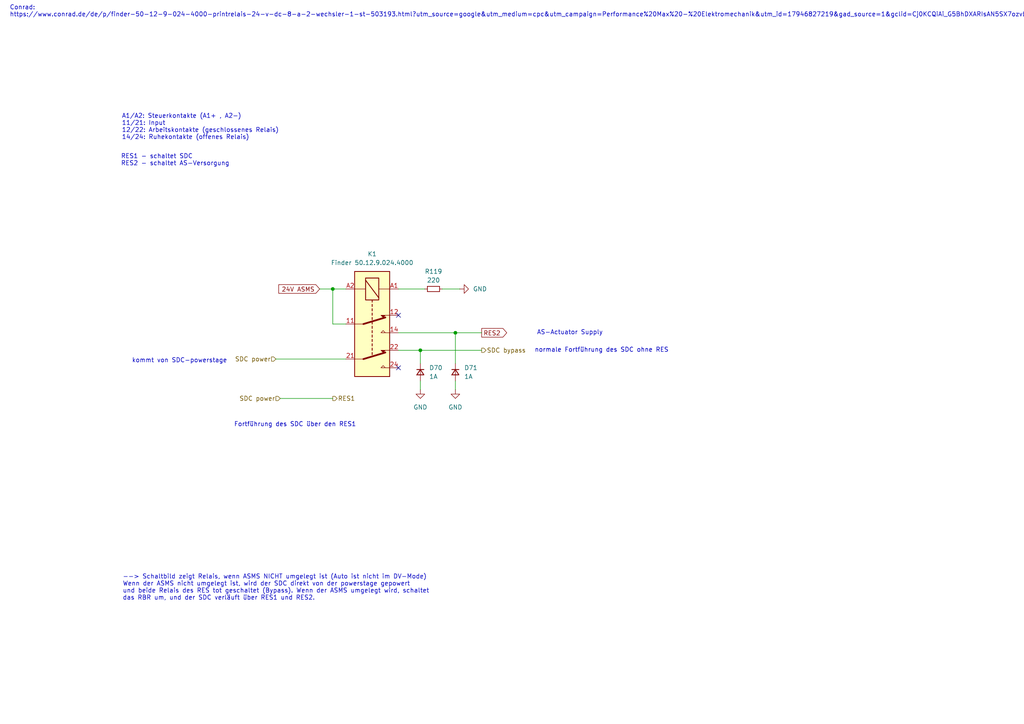
<source format=kicad_sch>
(kicad_sch (version 20231120) (generator "eeschema") (generator_version "8.0")
  (paper "A4")
  (title_block (title "PDU FT25") (date "2024-11-23") (rev "V1.1") (company "Janek Herm") (comment 1 "FaSTTUBe Electronics"))
  (lib_symbols
    (symbol "Device:D_Small" (pin_numbers hide) (pin_names (offset 0.254) hide)
      (property "Reference" "D" (at -1.27 2.032 0))
      (property "Value" "D_Small" (at -3.81 -2.032 0))
      (symbol "D_Small_0_1"
        (polyline (pts (xy -0.762 -1.016) (xy -0.762 1.016)) (stroke (width 0.254)))
        (polyline (pts (xy -0.762 0) (xy 0.762 0)))
        (polyline (pts (xy 0.762 -1.016) (xy -0.762 0) (xy 0.762 1.016) (xy 0.762 -1.016)) (stroke (width 0.254)))
      )
      (symbol "D_Small_1_1"
        (pin passive line (at -2.54 0 0) (length 1.778) (name "K") (number "1"))
        (pin passive line (at 2.54 0 180) (length 1.778) (name "A") (number "2"))
      )
    )
    (symbol "Device:R_Small" (pin_numbers hide) (pin_names (offset 0.254) hide)
      (property "Reference" "R" (at 0.762 0.508 0))
      (property "Value" "R_Small" (at 0.762 -1.016 0))
      (symbol "R_Small_0_1"
        (rectangle (start -0.762 1.778) (end 0.762 -1.778) (stroke (width 0.2032)))
      )
      (symbol "R_Small_1_1"
        (pin passive line (at 0 2.54 270) (length 0.762) (name "~") (number "1"))
        (pin passive line (at 0 -2.54 90) (length 0.762) (name "~") (number "2"))
      )
    )
    (symbol "Relay:Relay_DPDT"
      (property "Reference" "K" (at 16.51 3.81 0))
      (property "Value" "Relay_DPDT" (at 16.51 1.27 0))
      (symbol "Relay_DPDT_0_1"
        (rectangle (start -15.24 5.08) (end 15.24 -5.08) (stroke (width 0.254)) (fill (type background)))
        (rectangle (start -13.335 1.905) (end -6.985 -1.905) (stroke (width 0.254)))
        (polyline (pts (xy -12.7 -1.905) (xy -7.62 1.905)) (stroke (width 0.254)))
        (polyline (pts (xy -10.16 -5.08) (xy -10.16 -1.905)))
        (polyline (pts (xy -10.16 5.08) (xy -10.16 1.905)))
        (polyline (pts (xy -6.985 0) (xy -6.35 0)) (stroke (width 0.254)))
        (polyline (pts (xy -5.715 0) (xy -5.08 0)) (stroke (width 0.254)))
        (polyline (pts (xy -4.445 0) (xy -3.81 0)) (stroke (width 0.254)))
        (polyline (pts (xy -3.175 0) (xy -2.54 0)) (stroke (width 0.254)))
        (polyline (pts (xy -1.905 0) (xy -1.27 0)) (stroke (width 0.254)))
        (polyline (pts (xy -0.635 0) (xy 0 0)) (stroke (width 0.254)))
        (polyline (pts (xy 0 -2.54) (xy -1.905 3.81)) (stroke (width 0.508)))
        (polyline (pts (xy 0 -2.54) (xy 0 -5.08)))
        (polyline (pts (xy 0.635 0) (xy 1.27 0)) (stroke (width 0.254)))
        (polyline (pts (xy 1.905 0) (xy 2.54 0)) (stroke (width 0.254)))
        (polyline (pts (xy 3.175 0) (xy 3.81 0)) (stroke (width 0.254)))
        (polyline (pts (xy 4.445 0) (xy 5.08 0)) (stroke (width 0.254)))
        (polyline (pts (xy 5.715 0) (xy 6.35 0)) (stroke (width 0.254)))
        (polyline (pts (xy 6.985 0) (xy 7.62 0)) (stroke (width 0.254)))
        (polyline (pts (xy 8.255 0) (xy 8.89 0)) (stroke (width 0.254)))
        (polyline (pts (xy 10.16 -2.54) (xy 8.255 3.81)) (stroke (width 0.508)))
        (polyline (pts (xy 10.16 -2.54) (xy 10.16 -5.08)))
        (polyline (pts (xy -2.54 5.08) (xy -2.54 2.54) (xy -1.905 3.175) (xy -2.54 3.81)) (fill (type outline)))
        (polyline (pts (xy 2.54 5.08) (xy 2.54 2.54) (xy 1.905 3.175) (xy 2.54 3.81)))
        (polyline (pts (xy 7.62 5.08) (xy 7.62 2.54) (xy 8.255 3.175) (xy 7.62 3.81)) (fill (type outline)))
        (polyline (pts (xy 12.7 5.08) (xy 12.7 2.54) (xy 12.065 3.175) (xy 12.7 3.81)))
      )
      (symbol "Relay_DPDT_1_1"
        (pin passive line (at 0 -7.62 90) (length 2.54) (name "~") (number "11"))
        (pin passive line (at -2.54 7.62 270) (length 2.54) (name "~") (number "12"))
        (pin passive line (at 2.54 7.62 270) (length 2.54) (name "~") (number "14"))
        (pin passive line (at 10.16 -7.62 90) (length 2.54) (name "~") (number "21"))
        (pin passive line (at 7.62 7.62 270) (length 2.54) (name "~") (number "22"))
        (pin passive line (at 12.7 7.62 270) (length 2.54) (name "~") (number "24"))
        (pin passive line (at -10.16 7.62 270) (length 2.54) (name "~") (number "A1"))
        (pin passive line (at -10.16 -7.62 90) (length 2.54) (name "~") (number "A2"))
      )
    )
    (symbol "power:GND" (power) (pin_numbers hide) (pin_names (offset 0) hide)
      (property "Value" "GND" (at 0 -3.81 0))
      (symbol "GND_0_1"
        (polyline (pts (xy 0 0) (xy 0 -1.27) (xy 1.27 -1.27) (xy 0 -2.54) (xy -1.27 -1.27) (xy 0 -1.27)))
      )
      (symbol "GND_1_1"
        (pin power_in line (at 0 0 270) (length 0) (name "~") (number "1"))
      )
    )
  )
  (junction (at 121.92 101.6))
  (junction (at 96.52 83.82))
  (junction (at 132.08 96.52))
  (no_connect (at 115.57 91.44))
  (no_connect (at 115.57 106.68))
  (wire (pts (xy 132.08 96.52) (xy 139.7 96.52)))
  (wire (pts (xy 128.27 83.82) (xy 133.35 83.82)))
  (wire (pts (xy 132.08 96.52) (xy 132.08 105.41)))
  (wire (pts (xy 132.08 110.49) (xy 132.08 113.03)))
  (wire (pts (xy 80.01 104.14) (xy 100.33 104.14)))
  (wire (pts (xy 115.57 101.6) (xy 121.92 101.6)))
  (wire (pts (xy 115.57 83.82) (xy 123.19 83.82)))
  (wire (pts (xy 115.57 96.52) (xy 132.08 96.52)))
  (wire (pts (xy 121.92 101.6) (xy 139.7 101.6)))
  (wire (pts (xy 96.52 83.82) (xy 96.52 93.98)))
  (wire (pts (xy 121.92 101.6) (xy 121.92 105.41)))
  (wire (pts (xy 96.52 83.82) (xy 92.71 83.82)))
  (wire (pts (xy 96.52 93.98) (xy 100.33 93.98)))
  (wire (pts (xy 121.92 110.49) (xy 121.92 113.03)))
  (wire (pts (xy 100.33 83.82) (xy 96.52 83.82)))
  (wire (pts (xy 81.28 115.57) (xy 96.52 115.57)))
  (text "normale Fortführung des SDC ohne RES" (at 174.498 101.6 0) (effects (font (size 1.27 1.27) (thickness 0.1588))))
  (text "--> Schaltbild zeigt Relais, wenn ASMS NICHT umgelegt ist (Auto ist nicht im DV-Mode)\nWenn der ASMS nicht umgelegt ist, wird der SDC direkt von der powerstage gepowert\nund beide Relais des RES tot geschaltet (Bypass). Wenn der ASMS umgelegt wird, schaltet\ndas RBR um, und der SDC verläuft über RES1 und RES2." (at 35.56 170.434 0) (effects (font (size 1.27 1.27)) (justify left)))
  (text "Fortführung des SDC über den RES1" (at 85.598 123.19 0) (effects (font (size 1.27 1.27) (thickness 0.1588))))
  (text "RES1 - schaltet SDC\nRES2 - schaltet AS-Versorgung" (at 35.052 46.482 0) (effects (font (size 1.27 1.27)) (justify left)))
  (text "kommt von SDC-powerstage" (at 52.07 104.648 0) (effects (font (size 1.27 1.27))))
  (text "AS-Actuator Supply" (at 155.702 96.52 0) (effects (font (size 1.27 1.27)) (justify left)))
  (text "A1/A2: Steuerkontakte (A1+ , A2-)\n11/21: Input\n12/22: Arbeitskontakte (geschlossenes Relais)\n14/24: Ruhekontakte (offenes Relais)" (at 35.306 36.83 0) (effects (font (size 1.27 1.27)) (justify left)))
  (text "Conrad:\nhttps://www.conrad.de/de/p/finder-50-12-9-024-4000-printrelais-24-v-dc-8-a-2-wechsler-1-st-503193.html?utm_source=google&utm_medium=cpc&utm_campaign=Performance%20Max%20-%20Elektromechanik&utm_id=17946827219&gad_source=1&gclid=Cj0KCQiAi_G5BhDXARIsAN5SX7ozvbyzbNAUnu7ULPQTyRg7aDxVNaZ2DbTGICJ_7DeLlrEXfXyp2XEaApkXEALw_wcB" (at 2.794 3.302 0) (effects (font (size 1.27 1.27)) (justify left)))
  (global_label "RES2" (shape output) (at 139.7 96.52 0) (property "Intersheetrefs" "${INTERSHEET_REFS}" (effects (hide yes))))
  (global_label "24V ASMS" (shape input) (at 92.71 83.82 180) (property "Intersheetrefs" "${INTERSHEET_REFS}" (effects (hide yes))))
  (hierarchical_label "SDC power" (shape input) (at 81.28 115.57 180))
  (hierarchical_label "SDC bypass" (shape output) (at 139.7 101.6 0))
  (hierarchical_label "RES1" (shape output) (at 96.52 115.57 0))
  (hierarchical_label "SDC power" (shape input) (at 80.01 104.14 180))
  (symbol (lib_id "Device:R_Small") (at 125.73 83.82 90) (unit 1)
    (property "Reference" "R119" (at 125.73 78.74 90))
    (property "Value" "220" (at 125.73 81.28 90))
    (property "Footprint" "Resistor_SMD:R_0603_1608Metric" (effects (hide yes)))
    (property "Description" "Resistor, small symbol" (effects (hide yes)))
  )
  (symbol (lib_id "Device:D_Small") (at 132.08 107.95 270) (unit 1)
    (property "Reference" "D71" (at 134.62 106.6799 90) (effects (justify left)))
    (property "Value" "1A" (at 134.62 109.2199 90) (effects (justify left)))
    (property "Footprint" "Diode_SMD:D_SOD-123F" (effects (hide yes)))
    (property "Datasheet" "https://www.mouser.de/datasheet/2/389/stpst1h100-3107187.pdf" (effects (hide yes)))
    (property "Description" "Diode, small symbol" (effects (hide yes)))
    (property "Sim.Device" "D" (effects (hide yes)))
    (property "Sim.Pins" "1=K 2=A" (effects (hide yes)))
  )
  (symbol (lib_id "Relay:Relay_DPDT") (at 107.95 93.98 270) (unit 1)
    (property "Reference" "K1" (at 107.95 73.66 90))
    (property "Value" "Finder 50.12.9.024.4000" (at 107.95 76.2 90))
    (property "Footprint" "Relay_THT:Relay_DPDT_Finder_40.52" (effects (hide yes)))
    (property "Datasheet" "https://asset.conrad.com/media10/add/160267/c1/-/de/000503193DS01/datenblatt-503193-finder-501290244000-printrelais-24-vdc-8-a-2-wechsler-1-st.pdf" (effects (hide yes)))
    (property "Description" "24 V/DC 8 A 2 Wechsler" (effects (hide yes)))
  )
  (symbol (lib_id "power:GND") (at 133.35 83.82 90) (unit 1)
    (property "Reference" "#PWR0178" (effects (hide yes)))
    (property "Value" "GND" (at 137.16 83.8199 90) (effects (justify right)))
    (property "Description" "Power symbol creates a global label with name \"GND\" , ground" (effects (hide yes)))
  )
  (symbol (lib_id "Device:D_Small") (at 121.92 107.95 270) (unit 1)
    (property "Reference" "D70" (at 124.46 106.6799 90) (effects (justify left)))
    (property "Value" "1A" (at 124.46 109.2199 90) (effects (justify left)))
    (property "Footprint" "Diode_SMD:D_SOD-123F" (effects (hide yes)))
    (property "Datasheet" "https://www.mouser.de/datasheet/2/389/stpst1h100-3107187.pdf" (effects (hide yes)))
    (property "Description" "Diode, small symbol" (effects (hide yes)))
    (property "Sim.Device" "D" (effects (hide yes)))
    (property "Sim.Pins" "1=K 2=A" (effects (hide yes)))
  )
  (symbol (lib_id "power:GND") (at 132.08 113.03 0) (unit 1)
    (property "Reference" "#PWR0202" (effects (hide yes)))
    (property "Value" "GND" (at 132.08 118.11 0))
    (property "Description" "Power symbol creates a global label with name \"GND\" , ground" (effects (hide yes)))
  )
  (symbol (lib_id "power:GND") (at 121.92 113.03 0) (unit 1)
    (property "Reference" "#PWR0201" (effects (hide yes)))
    (property "Value" "GND" (at 121.92 118.11 0))
    (property "Description" "Power symbol creates a global label with name \"GND\" , ground" (effects (hide yes)))
  )
)
</source>
